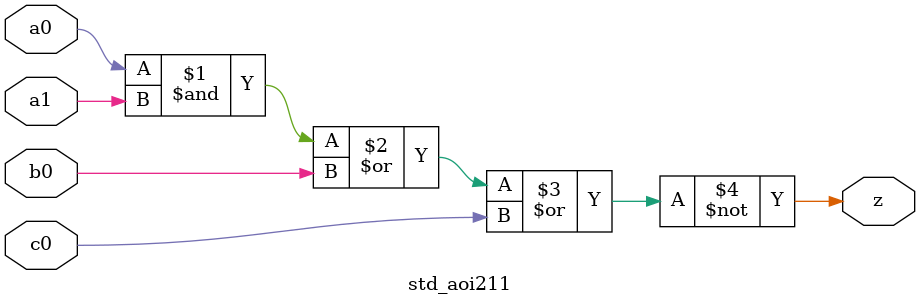
<source format=sv>

module std_aoi211 #(parameter DW = 1 ) // array width
(
	input [DW-1:0]  a0,
	input [DW-1:0]  a1,
	input [DW-1:0]  b0,
	input [DW-1:0]  c0, 
	output [DW-1:0] z
);

assign z = ~((a0 & a1) | b0 | c0);

endmodule

</source>
